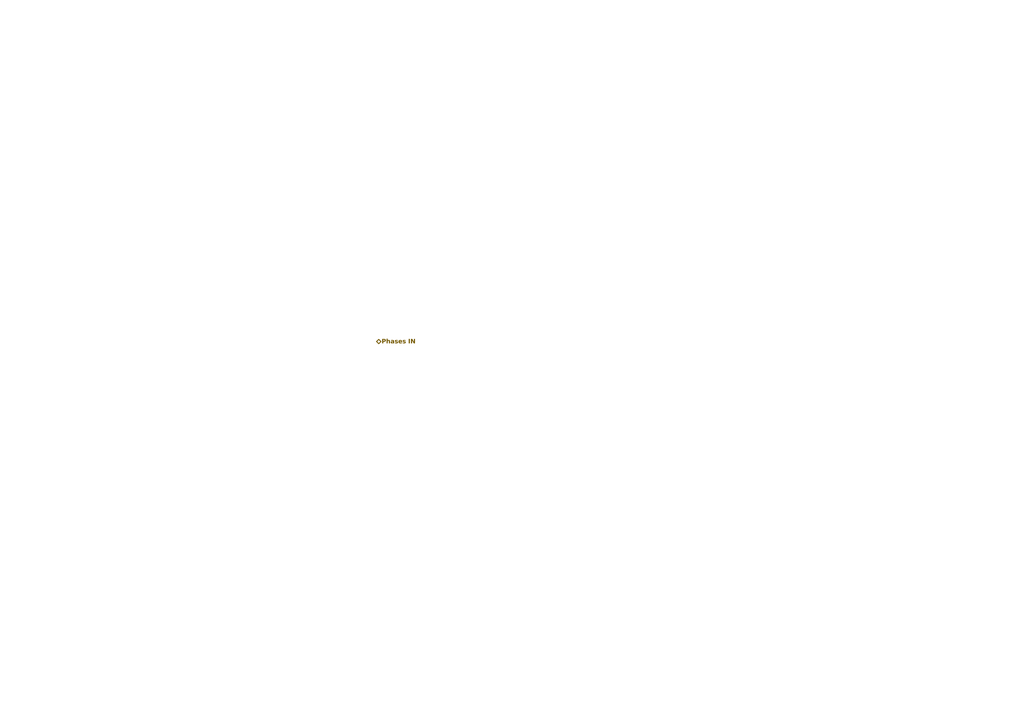
<source format=kicad_sch>
(kicad_sch
	(version 20240101)
	(generator "eeschema")
	(generator_version "8.99")
	(uuid "9656877e-9947-4465-b8a7-40790b2fc774")
	(paper "A4")
	(lib_symbols)
	(hierarchical_label "Phases IN"
		(shape bidirectional)
		(at 109.22 99.06 0)
		(fields_autoplaced yes)
		(effects
			(font
				(face "JetBrains Mono")
				(size 1.27 1.27)
				(thickness 0.254)
				(bold yes)
			)
			(justify left)
		)
		(uuid "c3e544e6-278e-443e-8a8a-e653d4b2a8fa")
	)
)
</source>
